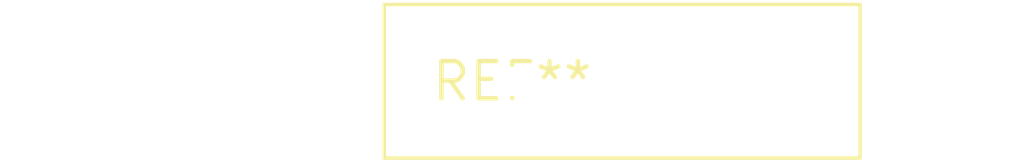
<source format=kicad_pcb>
(kicad_pcb (version 20240108) (generator pcbnew)
  (layers (0 "F.Cu" signal) (31 "B.Cu" signal) (34 "B.Paste" user) (35 "F.Paste" user) (36 "B.SilkS" user "B.Silkscreen") (37 "F.SilkS" user "F.Silkscreen") (38 "B.Mask" user) (39 "F.Mask" user) (44 "Edge.Cuts" user))
  (net 0 "")
  (footprint "C_Disc_D16.0mm_W5.0mm_P7.50mm" (layer "F.Cu") (at 0 0)
    (property "Reference" "REF**")
    (property "Value" "C_Disc_D16.0mm_W5.0mm_P7.50mm")
    (fp_line (start -4.37 -2.62) (end -4.37 2.62) (layer "F.SilkS") (stroke (width 0.12)))
    (fp_line (start -4.37 -2.62) (end 11.87 -2.62) (layer "F.SilkS") (stroke (width 0.12)))
    (fp_line (start -4.37 2.62) (end 11.87 2.62) (layer "F.SilkS") (stroke (width 0.12)))
    (fp_line (start 11.87 -2.62) (end 11.87 2.62) (layer "F.SilkS") (stroke (width 0.12)))
    (pad "1" thru_hole circle (at 0 0) (size 2 2) (drill 1) (layers *.Cu *.Mask) (remove_unused_layers))
    (pad "2" thru_hole circle (at 7.5 0) (size 2 2) (drill 1) (layers *.Cu *.Mask) (remove_unused_layers))
  )
)
</source>
